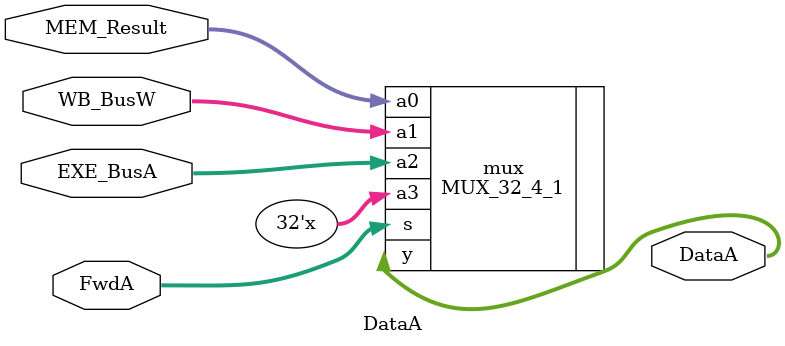
<source format=v>
`timescale 1ns / 1ps
module DataA(
	WB_BusW, EXE_BusA, MEM_Result,
	FwdA,
	DataA
    );
	input [31:0] WB_BusW, EXE_BusA, MEM_Result;
	input [1:0] FwdA;
	output [31:0] DataA;
	MUX_32_4_1 mux(
		.a0(MEM_Result),
		.a1(WB_BusW),
		.a2(EXE_BusA),
		.a3(32'hxxxxxxxx),
		.s(FwdA),
		.y(DataA)
	);
endmodule

</source>
